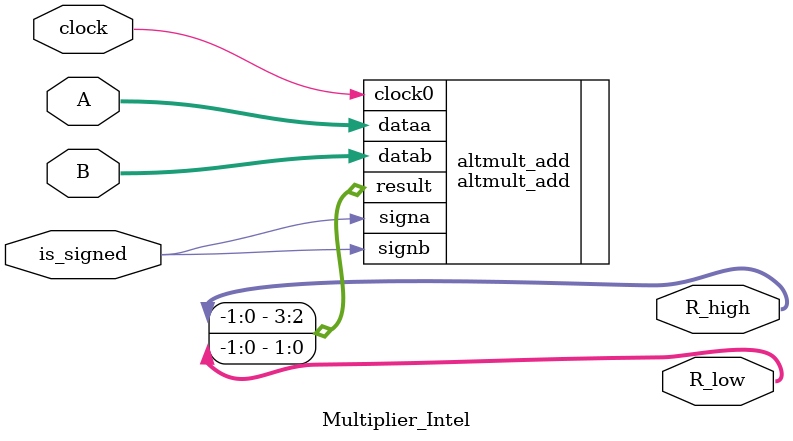
<source format=v>


// {R_high, R_low} = A * B;

module Multiplier_Intel
#(
    parameter WORD_WIDTH                = 0,
    // See DSP Block documentation for details.
    // Generally, only the input and output are necessary,
    // unless you are aiming for maximum speed.
    parameter USE_INPUT_REGISTER        = 0,
    parameter USE_MIDDLE_REGISTER       = 0,
    parameter USE_OUTPUT_REGISTER       = 0,
    // Only for behavioural simulation/modeling. Not documented.
    // See: <quartus install>/quartus/eda/fv_lib/verilog/altera_mf_macros.i
    // for the possible valid strings. The obvious guess will likely work:
    // "Stratix IV", "Arria 10", "Cyclone IV", etc....
    parameter DEVICE_FAMILY             = "Cyclone V"
)
(
    input   wire                        clock,
    input   wire                        is_signed,
    input   wire    [WORD_WIDTH-1:0]    A,
    input   wire    [WORD_WIDTH-1:0]    B,
    output  wire    [WORD_WIDTH-1:0]    R_low,
    output  wire    [WORD_WIDTH-1:0]    R_high
);

// --------------------------------------------------------------------------
// Translate our boolean flags into what the vendor code expects.

    localparam INPUT_REG  = (USE_INPUT_REGISTER  == 1) ? "CLOCK0" : "UNREGISTERED";
    localparam MIDDLE_REG = (USE_MIDDLE_REGISTER == 1) ? "CLOCK0" : "UNREGISTERED";
    localparam OUTPUT_REG = (USE_OUTPUT_REGISTER == 1) ? "CLOCK0" : "UNREGISTERED";

    localparam OUTPUT_WIDTH = WORD_WIDTH * 2;

    altmult_add 
    #(
        .intended_device_family         (DEVICE_FAMILY),
        .number_of_multipliers          (1),
        .width_a                        (WORD_WIDTH),
        .width_b                        (WORD_WIDTH),
        .width_result                   (OUTPUT_WIDTH),
        .input_register_a0              (INPUT_REG),
        .input_register_b0              (INPUT_REG),
        .port_signa                     ("PORT_USED"),
        .port_signb                     ("PORT_USED"),
        .signed_register_a              (INPUT_REG),
        .signed_register_b              (INPUT_REG),
        .signed_pipeline_register_a     (MIDDLE_REG),
        .signed_pipeline_register_b     (MIDDLE_REG),
        .multiplier_register0           (MIDDLE_REG),
        .output_register                (OUTPUT_REG),
        .dedicated_multiplier_circuitry ("YES")
    )
    altmult_add 
    (
        .clock0                         (clock),
        .datab                          (B),
        .signa                          (is_signed),
        .dataa                          (A),
        .signb                          (is_signed),
        .result                         ({R_high, R_low})
    );

endmodule


</source>
